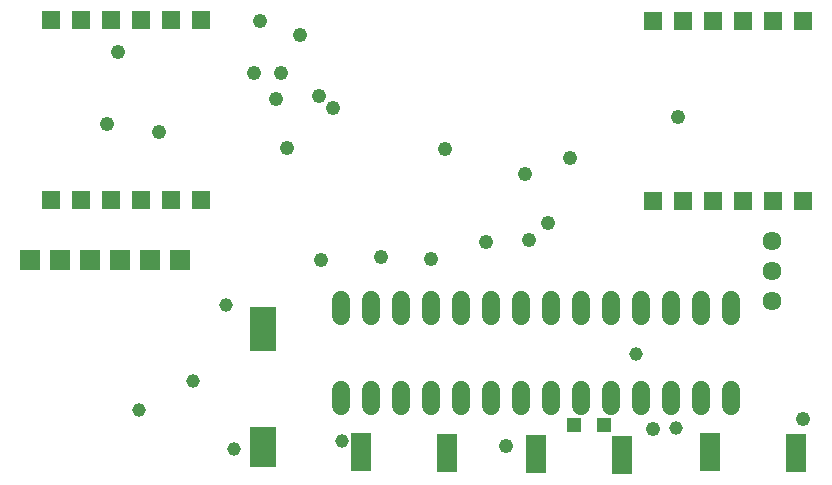
<source format=gbr>
G04 EAGLE Gerber RS-274X export*
G75*
%MOMM*%
%FSLAX34Y34*%
%LPD*%
%INSoldermask Top*%
%IPPOS*%
%AMOC8*
5,1,8,0,0,1.08239X$1,22.5*%
G01*
%ADD10R,1.511200X1.511200*%
%ADD11C,1.524000*%
%ADD12C,1.611200*%
%ADD13R,1.703200X3.203200*%
%ADD14R,2.203200X3.503200*%
%ADD15R,2.203200X3.703200*%
%ADD16R,1.711200X1.711200*%
%ADD17R,1.311200X1.311200*%
%ADD18C,1.219200*%
%ADD19C,1.168400*%


D10*
X185579Y629245D03*
X210979Y629245D03*
X236379Y629245D03*
X261779Y629245D03*
X287179Y629245D03*
X312579Y629245D03*
X312579Y781645D03*
X287179Y781645D03*
X261779Y781645D03*
X236379Y781645D03*
X210979Y781645D03*
X185579Y781645D03*
X695587Y628721D03*
X720987Y628721D03*
X746387Y628721D03*
X771787Y628721D03*
X797187Y628721D03*
X822587Y628721D03*
X822587Y781121D03*
X797187Y781121D03*
X771787Y781121D03*
X746387Y781121D03*
X720987Y781121D03*
X695587Y781121D03*
D11*
X430700Y468274D02*
X430700Y455066D01*
X456100Y455066D02*
X456100Y468274D01*
X481500Y468274D02*
X481500Y455066D01*
X506900Y455066D02*
X506900Y468274D01*
X532300Y468274D02*
X532300Y455066D01*
X557700Y455066D02*
X557700Y468274D01*
X583100Y468274D02*
X583100Y455066D01*
X608500Y455066D02*
X608500Y468274D01*
X633900Y468274D02*
X633900Y455066D01*
X659300Y455066D02*
X659300Y468274D01*
X684700Y468274D02*
X684700Y455066D01*
X710100Y455066D02*
X710100Y468274D01*
X735500Y468274D02*
X735500Y455066D01*
X760900Y455066D02*
X760900Y468274D01*
X760900Y531266D02*
X760900Y544474D01*
X735500Y544474D02*
X735500Y531266D01*
X710100Y531266D02*
X710100Y544474D01*
X684700Y544474D02*
X684700Y531266D01*
X659300Y531266D02*
X659300Y544474D01*
X633900Y544474D02*
X633900Y531266D01*
X608500Y531266D02*
X608500Y544474D01*
X583100Y544474D02*
X583100Y531266D01*
X557700Y531266D02*
X557700Y544474D01*
X532300Y544474D02*
X532300Y531266D01*
X506900Y531266D02*
X506900Y544474D01*
X481500Y544474D02*
X481500Y531266D01*
X456100Y531266D02*
X456100Y544474D01*
X430700Y544474D02*
X430700Y531266D01*
D12*
X795910Y594620D03*
X795910Y569220D03*
X795910Y543820D03*
D13*
X447750Y416070D03*
X520350Y415570D03*
X596510Y414530D03*
X669110Y414030D03*
X743770Y415880D03*
X816370Y415380D03*
D14*
X364730Y420690D03*
D15*
X364730Y520690D03*
D16*
X294640Y579120D03*
X269240Y579120D03*
X243840Y579120D03*
X218440Y579120D03*
X193040Y579120D03*
X167640Y579120D03*
D17*
X628650Y439420D03*
X654050Y439420D03*
D18*
X553720Y594360D03*
X590550Y595630D03*
D19*
X340360Y419100D03*
X260350Y452120D03*
X431800Y425450D03*
X715010Y436880D03*
X680720Y499110D03*
D18*
X464820Y581660D03*
X414020Y579120D03*
D19*
X334010Y541020D03*
X306070Y476250D03*
D18*
X396367Y769366D03*
X357251Y737235D03*
X385191Y673354D03*
X606425Y610362D03*
X232537Y693928D03*
X412496Y717931D03*
X507492Y579501D03*
X242189Y754507D03*
X376174Y715391D03*
X362204Y780923D03*
X380492Y737235D03*
X716661Y699516D03*
X518795Y672973D03*
X695579Y435483D03*
X570484Y421513D03*
X822198Y444373D03*
X624967Y665226D03*
X587121Y651510D03*
X276987Y687070D03*
X424053Y707644D03*
M02*

</source>
